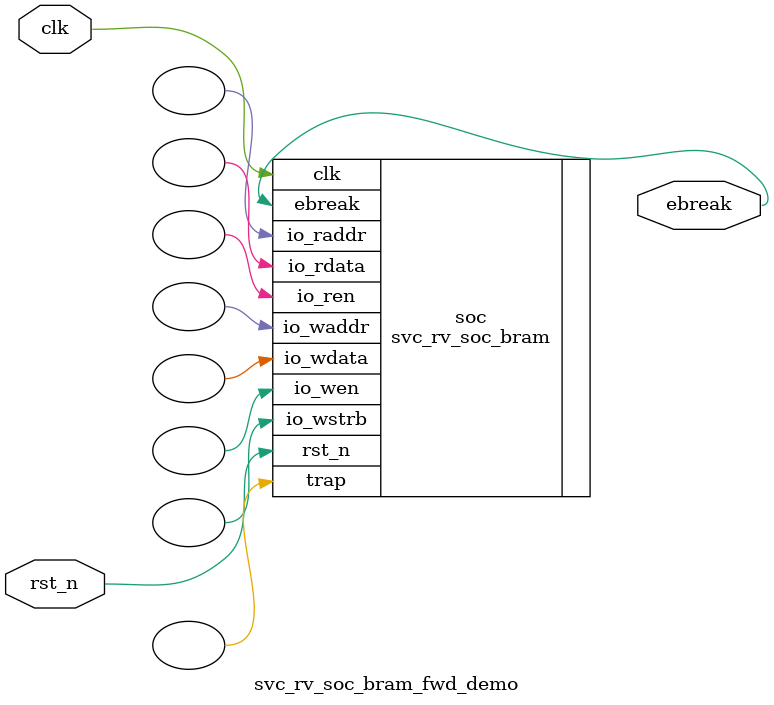
<source format=sv>
`ifndef SVC_RV_SOC_BRAM_FWD_DEMO_SV
`define SVC_RV_SOC_BRAM_FWD_DEMO_SV

`include "svc.sv"
`include "svc_rv_soc_bram.sv"

module svc_rv_soc_bram_fwd_demo (
    input  logic clk,
    input  logic rst_n,
    output logic ebreak
);

  //
  // Instantiate the RISC-V SoC with program pre-loaded in IMEM
  //
  // Program loaded from program.hex into IMEM
  // Fibonacci(100) - computes 100th Fibonacci number (truncated to 32-bit) in x11
  // Result is then shifted left by 1 in x30
  // This exercises ALU, branches, loops, and register forwarding
  //
  // Program includes performance counter reads (RDCYCLE, RDINSTRET)
  // before and after the main computation for CPI measurement
  //
  // BRAM provides 1-cycle read latency with full pipeline enabled
  //
  // FWD=1 enables MEM->EX data forwarding to reduce pipeline stalls
  //
  svc_rv_soc_bram #(
      .XLEN       (32),
      .IMEM_DEPTH (32),
      .DMEM_DEPTH (2),
      .PIPELINED  (1),
      .FWD_REGFILE(1),
      .FWD        (1),
      .BPRED      (1),
      .BTB_ENABLE (1),
      .PC_REG     (1),
      .IMEM_INIT  ("rtl/svc_rv_soc_bram_fwd_demo/program.hex")
  ) soc (
      .clk     (clk),
      .rst_n   (rst_n),
      .ebreak  (ebreak),
      .trap    (),
      .io_ren  (),
      .io_raddr(),
      .io_rdata(),
      .io_wen  (),
      .io_waddr(),
      .io_wdata(),
      .io_wstrb()
  );

endmodule

`endif

</source>
